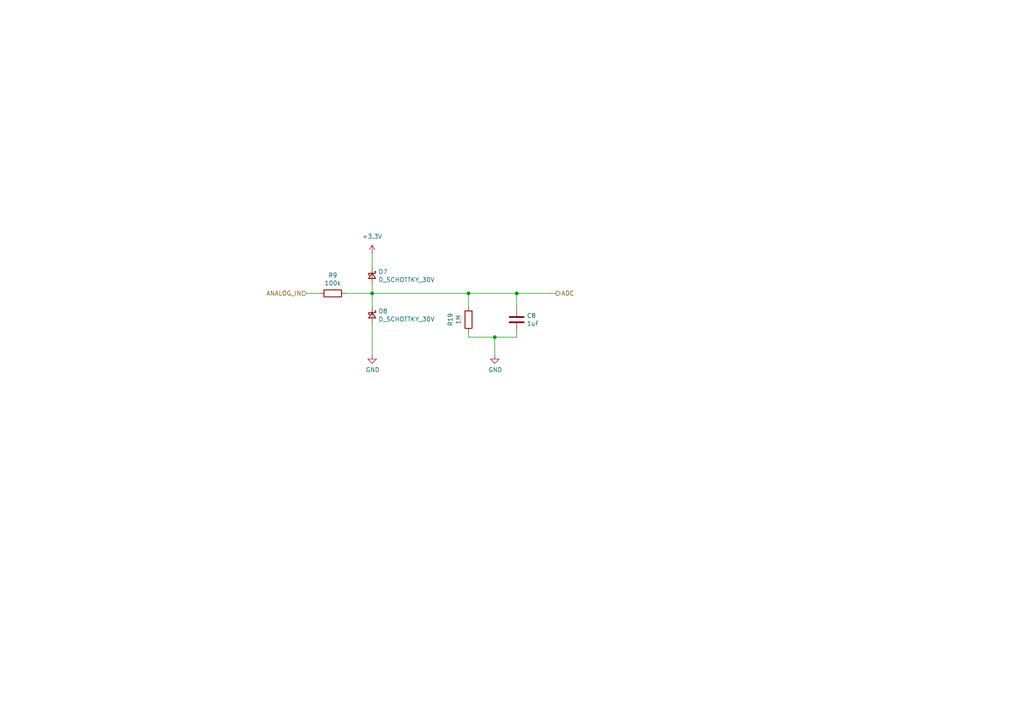
<source format=kicad_sch>
(kicad_sch (version 20230121) (generator eeschema)
  (paper "A4")
  (lib_symbols
    (symbol "Device:C" (pin_numbers hide) (pin_names (offset 0.254))
      (property "Reference" "C" (at 0.635 2.54 0))
      (property "Value" "C" (at 0.635 -2.54 0))
      (symbol "C_0_1"
        (polyline (pts (xy -2.032 -0.762) (xy 2.032 -0.762)) (stroke (width 0.508)))
        (polyline (pts (xy -2.032 0.762) (xy 2.032 0.762)) (stroke (width 0.508)))
      )
      (symbol "C_1_1"
        (pin passive line (at 0 3.81 270) (length 2.794) (name "~") (number "1"))
        (pin passive line (at 0 -3.81 90) (length 2.794) (name "~") (number "2"))
      )
    )
    (symbol "Device:D_Schottky_Small" (pin_numbers hide) (pin_names (offset 0.254) hide)
      (property "Reference" "D" (at -1.27 2.032 0))
      (property "Value" "D_Schottky_Small" (at -7.112 -2.032 0))
      (symbol "D_Schottky_Small_0_1"
        (polyline (pts (xy -0.762 0) (xy 0.762 0)))
        (polyline (pts (xy 0.762 -1.016) (xy -0.762 0) (xy 0.762 1.016) (xy 0.762 -1.016)) (stroke (width 0.254)))
        (polyline (pts (xy -1.27 0.762) (xy -1.27 1.016) (xy -0.762 1.016) (xy -0.762 -1.016) (xy -0.254 -1.016) (xy -0.254 -0.762)) (stroke (width 0.254)))
      )
      (symbol "D_Schottky_Small_1_1"
        (pin passive line (at -2.54 0 0) (length 1.778) (name "K") (number "1"))
        (pin passive line (at 2.54 0 180) (length 1.778) (name "A") (number "2"))
      )
    )
    (symbol "Device:R" (pin_numbers hide) (pin_names (offset 0))
      (property "Reference" "R" (at 2.032 0 90))
      (property "Value" "R" (at 0 0 90))
      (symbol "R_0_1"
        (rectangle (start -1.016 -2.54) (end 1.016 2.54) (stroke (width 0.254)))
      )
      (symbol "R_1_1"
        (pin passive line (at 0 3.81 270) (length 1.27) (name "~") (number "1"))
        (pin passive line (at 0 -3.81 90) (length 1.27) (name "~") (number "2"))
      )
    )
    (symbol "power:+3.3V" (power) (pin_names (offset 0))
      (property "Value" "+3.3V" (at 0 3.556 0))
      (symbol "+3.3V_0_1"
        (polyline (pts (xy -0.762 1.27) (xy 0 2.54)))
        (polyline (pts (xy 0 0) (xy 0 2.54)))
        (polyline (pts (xy 0 2.54) (xy 0.762 1.27)))
      )
      (symbol "+3.3V_1_1"
        (pin power_in line (at 0 0 90) (length 0) hide (name "+3.3V") (number "1"))
      )
    )
    (symbol "power:GND" (power) (pin_names (offset 0))
      (property "Value" "GND" (at 0 -3.81 0))
      (symbol "GND_0_1"
        (polyline (pts (xy 0 0) (xy 0 -1.27) (xy 1.27 -1.27) (xy 0 -2.54) (xy -1.27 -1.27) (xy 0 -1.27)))
      )
      (symbol "GND_1_1"
        (pin power_in line (at 0 0 270) (length 0) hide (name "GND") (number "1"))
      )
    )
  )
  (junction (at 143.51 97.79))
  (junction (at 149.86 85.09))
  (junction (at 135.89 85.09))
  (junction (at 107.95 85.09))
  (wire (pts (xy 107.95 85.09) (xy 107.95 88.9)))
  (wire (pts (xy 143.51 97.79) (xy 135.89 97.79)))
  (wire (pts (xy 107.95 82.55) (xy 107.95 85.09)))
  (wire (pts (xy 149.86 88.9) (xy 149.86 85.09)))
  (wire (pts (xy 107.95 93.98) (xy 107.95 102.87)))
  (wire (pts (xy 107.95 73.66) (xy 107.95 77.47)))
  (wire (pts (xy 143.51 102.87) (xy 143.51 97.79)))
  (wire (pts (xy 100.33 85.09) (xy 107.95 85.09)))
  (wire (pts (xy 135.89 85.09) (xy 135.89 88.9)))
  (wire (pts (xy 143.51 97.79) (xy 149.86 97.79)))
  (wire (pts (xy 149.86 96.52) (xy 149.86 97.79)))
  (wire (pts (xy 135.89 85.09) (xy 149.86 85.09)))
  (wire (pts (xy 107.95 85.09) (xy 135.89 85.09)))
  (wire (pts (xy 149.86 85.09) (xy 161.29 85.09)))
  (wire (pts (xy 88.9 85.09) (xy 92.71 85.09)))
  (wire (pts (xy 135.89 97.79) (xy 135.89 96.52)))
  (hierarchical_label "ANALOG_IN" (shape input) (at 88.9 85.09 180))
  (hierarchical_label "ADC" (shape output) (at 161.29 85.09 0))
  (symbol (lib_id "power:+3.3V") (at 107.95 73.66 0) (unit 1)
    (property "Reference" "#PWR038" (effects hide))
    (property "Value" "+3.3V" (at 107.95 68.58 0))
    (instances (project "esp32-multitool" (path "" (reference "#PWR038") (unit 1)) (path "" (reference "#PWR048") (unit 1)) (path "" (reference "#PWR07") (unit 1))))
  )
  (symbol (lib_id "Device:C") (at 149.86 92.71 0) (unit 1)
    (property "Reference" "C8" (at 152.781 91.5416 0) (effects (justify left)))
    (property "Value" "1uF" (at 152.781 93.853 0) (effects (justify left)))
    (property "Footprint" "Capacitor_SMD:C_0805_2012Metric" (effects hide))
    (property "LCSC" "C19702" (effects hide))
    (property "Cost" "0.0031" (effects hide))
    (property "Part" "CL10A106KP8NNNC" (effects hide))
    (instances (project "esp32-multitool" (path "" (reference "C8") (unit 1)) (path "" (reference "C14") (unit 1)) (path "" (reference "C2") (unit 1))))
  )
  (symbol (lib_id "power:GND") (at 107.95 102.87 0) (unit 1)
    (property "Reference" "#PWR031" (effects hide))
    (property "Value" "GND" (at 108.077 107.2642 0))
    (instances (project "esp32-multitool" (path "" (reference "#PWR031") (unit 1)) (path "" (reference "#PWR047") (unit 1)) (path "" (reference "#PWR014") (unit 1))))
  )
  (symbol (lib_id "Device:R") (at 96.52 85.09 270) (unit 1)
    (property "Reference" "R9" (at 96.52 79.8322 90))
    (property "Value" "100k" (at 96.52 82.1436 90))
    (property "Footprint" "Resistor_SMD:R_0805_2012Metric" (effects hide))
    (property "LCSC" "C25803" (effects hide))
    (property "Cost" "0.0011" (effects hide))
    (property "Part" "0603WAF1003T5E" (effects hide))
    (instances (project "esp32-multitool" (path "" (reference "R9") (unit 1)) (path "" (reference "R25") (unit 1)) (path "" (reference "R6") (unit 1))))
  )
  (symbol (lib_id "Device:D_Schottky_Small") (at 107.95 80.01 270) (unit 1)
    (property "Reference" "D7" (at 109.728 78.8416 90) (effects (justify left)))
    (property "Value" "D_SCHOTTKY_30V" (at 109.728 81.153 90) (effects (justify left)))
    (property "Footprint" "Diode_SMD:D_SOD-123" (effects hide))
    (property "LCSC" "C8598" (effects hide))
    (property "Part" "B5819W SL" (effects hide))
    (property "Cost" "0.0297" (effects hide))
    (instances (project "esp32-multitool" (path "" (reference "D7") (unit 1)) (path "" (reference "D20") (unit 1)) (path "" (reference "D4") (unit 1))))
  )
  (symbol (lib_id "Device:D_Schottky_Small") (at 107.95 91.44 270) (unit 1)
    (property "Reference" "D8" (at 109.728 90.2716 90) (effects (justify left)))
    (property "Value" "D_SCHOTTKY_30V" (at 109.728 92.583 90) (effects (justify left)))
    (property "Footprint" "Diode_SMD:D_SOD-123" (effects hide))
    (property "LCSC" "C8598" (effects hide))
    (property "Part" "B5819W SL" (effects hide))
    (property "Cost" "0.0297" (effects hide))
    (instances (project "esp32-multitool" (path "" (reference "D8") (unit 1)) (path "" (reference "D21") (unit 1)) (path "" (reference "D5") (unit 1))))
  )
  (symbol (lib_id "Device:R") (at 135.89 92.71 0) (unit 1)
    (property "Reference" "R19" (at 130.6322 92.71 90))
    (property "Value" "1M" (at 132.9436 92.71 90))
    (property "Footprint" "Resistor_SMD:R_0805_2012Metric" (effects hide))
    (property "LCSC" "C25803" (effects hide))
    (property "Cost" "0.0011" (effects hide))
    (property "Part" "0603WAF1003T5E" (effects hide))
    (instances (project "esp32-multitool" (path "" (reference "R19") (unit 1)) (path "" (reference "R26") (unit 1)) (path "" (reference "R13") (unit 1))))
  )
  (symbol (lib_id "power:GND") (at 143.51 102.87 0) (unit 1)
    (property "Reference" "#PWR031" (effects hide))
    (property "Value" "GND" (at 143.637 107.2642 0))
    (instances (project "esp32-multitool" (path "" (reference "#PWR031") (unit 1)) (path "" (reference "#PWR050") (unit 1)) (path "" (reference "#PWR015") (unit 1))))
  )
)
</source>
